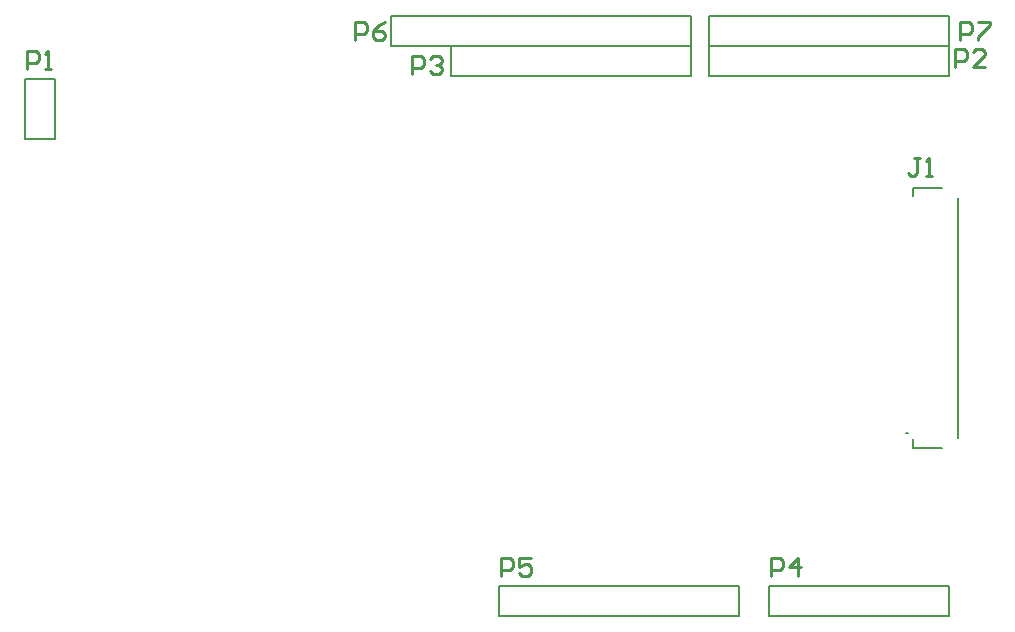
<source format=gto>
G04*
G04 #@! TF.GenerationSoftware,Altium Limited,Altium Designer,20.1.12 (249)*
G04*
G04 Layer_Color=65535*
%FSLAX25Y25*%
%MOIN*%
G70*
G04*
G04 #@! TF.SameCoordinates,4F675399-67DD-4CB6-B460-1E4A0243881F*
G04*
G04*
G04 #@! TF.FilePolarity,Positive*
G04*
G01*
G75*
%ADD10C,0.00787*%
%ADD11C,0.01000*%
D10*
X592366Y275441D02*
X591579D01*
X592366D01*
X593941Y270520D02*
X603390D01*
X593941D02*
Y273276D01*
Y354378D02*
Y357134D01*
X603390D01*
X608902Y273866D02*
Y353787D01*
X420000Y404500D02*
Y414500D01*
X520000D01*
Y404500D02*
Y414500D01*
X512500Y404500D02*
X520000D01*
X420000D02*
X512500D01*
X606000Y394500D02*
Y404500D01*
X526000Y394500D02*
X606000D01*
X526000D02*
Y404500D01*
X606000D01*
X526000D02*
X606000D01*
Y414500D01*
X526000D02*
X606000D01*
X526000Y404500D02*
Y414500D01*
X456000Y224500D02*
X536000D01*
X456000Y214500D02*
Y224500D01*
Y214500D02*
X536000D01*
Y224500D01*
X546000Y214500D02*
X606000D01*
X546000Y224500D02*
X606000D01*
X546000Y214500D02*
Y224500D01*
X606000Y214500D02*
Y224500D01*
X440000Y394500D02*
Y404500D01*
X520000D01*
Y394500D02*
Y404500D01*
X440000Y394500D02*
X520000D01*
X298000Y393500D02*
X308000D01*
Y373500D02*
Y393500D01*
X298000Y373500D02*
X308000D01*
X298000D02*
Y393500D01*
D11*
X608002Y397501D02*
Y403499D01*
X611001D01*
X612000Y402499D01*
Y400500D01*
X611001Y399500D01*
X608002D01*
X617998Y397501D02*
X614000D01*
X617998Y401500D01*
Y402499D01*
X616999Y403499D01*
X614999D01*
X614000Y402499D01*
X609502Y406501D02*
Y412499D01*
X612501D01*
X613500Y411499D01*
Y409500D01*
X612501Y408500D01*
X609502D01*
X615500Y412499D02*
X619498D01*
Y411499D01*
X615500Y407501D01*
Y406501D01*
X408002D02*
Y412499D01*
X411001D01*
X412000Y411499D01*
Y409500D01*
X411001Y408500D01*
X408002D01*
X417998Y412499D02*
X415999Y411499D01*
X414000Y409500D01*
Y407501D01*
X414999Y406501D01*
X416999D01*
X417998Y407501D01*
Y408500D01*
X416999Y409500D01*
X414000D01*
X456600Y227900D02*
Y233898D01*
X459599D01*
X460599Y232898D01*
Y230899D01*
X459599Y229899D01*
X456600D01*
X466597Y233898D02*
X462598D01*
Y230899D01*
X464597Y231899D01*
X465597D01*
X466597Y230899D01*
Y228900D01*
X465597Y227900D01*
X463598D01*
X462598Y228900D01*
X546600Y227900D02*
Y233898D01*
X549599D01*
X550599Y232898D01*
Y230899D01*
X549599Y229899D01*
X546600D01*
X555597Y227900D02*
Y233898D01*
X552598Y230899D01*
X556597D01*
X427002Y395001D02*
Y400999D01*
X430001D01*
X431000Y399999D01*
Y398000D01*
X430001Y397000D01*
X427002D01*
X433000Y399999D02*
X433999Y400999D01*
X435999D01*
X436998Y399999D01*
Y399000D01*
X435999Y398000D01*
X434999D01*
X435999D01*
X436998Y397000D01*
Y396001D01*
X435999Y395001D01*
X433999D01*
X433000Y396001D01*
X298650Y396850D02*
Y402848D01*
X301649D01*
X302649Y401848D01*
Y399849D01*
X301649Y398849D01*
X298650D01*
X304648Y396850D02*
X306647D01*
X305648D01*
Y402848D01*
X304648Y401848D01*
X596199Y367198D02*
X594199D01*
X595199D01*
Y362200D01*
X594199Y361200D01*
X593200D01*
X592200Y362200D01*
X598198Y361200D02*
X600197D01*
X599198D01*
Y367198D01*
X598198Y366198D01*
M02*

</source>
